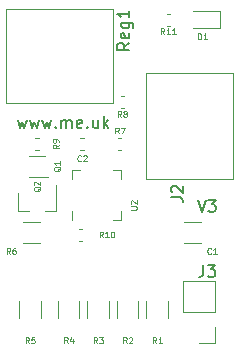
<source format=gbr>
%TF.GenerationSoftware,KiCad,Pcbnew,(5.1.9-0-10_14)*%
%TF.CreationDate,2021-05-15T13:13:52+01:00*%
%TF.ProjectId,Battery,42617474-6572-4792-9e6b-696361645f70,1*%
%TF.SameCoordinates,Original*%
%TF.FileFunction,Legend,Top*%
%TF.FilePolarity,Positive*%
%FSLAX46Y46*%
G04 Gerber Fmt 4.6, Leading zero omitted, Abs format (unit mm)*
G04 Created by KiCad (PCBNEW (5.1.9-0-10_14)) date 2021-05-15 13:13:52*
%MOMM*%
%LPD*%
G01*
G04 APERTURE LIST*
%ADD10C,0.150000*%
%ADD11C,0.120000*%
%ADD12C,0.080000*%
%ADD13C,0.100000*%
G04 APERTURE END LIST*
D10*
X118642857Y-108285714D02*
X118833333Y-108952380D01*
X119023809Y-108476190D01*
X119214285Y-108952380D01*
X119404761Y-108285714D01*
X119690476Y-108285714D02*
X119880952Y-108952380D01*
X120071428Y-108476190D01*
X120261904Y-108952380D01*
X120452380Y-108285714D01*
X120738095Y-108285714D02*
X120928571Y-108952380D01*
X121119047Y-108476190D01*
X121309523Y-108952380D01*
X121500000Y-108285714D01*
X121880952Y-108857142D02*
X121928571Y-108904761D01*
X121880952Y-108952380D01*
X121833333Y-108904761D01*
X121880952Y-108857142D01*
X121880952Y-108952380D01*
X122357142Y-108952380D02*
X122357142Y-108285714D01*
X122357142Y-108380952D02*
X122404761Y-108333333D01*
X122500000Y-108285714D01*
X122642857Y-108285714D01*
X122738095Y-108333333D01*
X122785714Y-108428571D01*
X122785714Y-108952380D01*
X122785714Y-108428571D02*
X122833333Y-108333333D01*
X122928571Y-108285714D01*
X123071428Y-108285714D01*
X123166666Y-108333333D01*
X123214285Y-108428571D01*
X123214285Y-108952380D01*
X124071428Y-108904761D02*
X123976190Y-108952380D01*
X123785714Y-108952380D01*
X123690476Y-108904761D01*
X123642857Y-108809523D01*
X123642857Y-108428571D01*
X123690476Y-108333333D01*
X123785714Y-108285714D01*
X123976190Y-108285714D01*
X124071428Y-108333333D01*
X124119047Y-108428571D01*
X124119047Y-108523809D01*
X123642857Y-108619047D01*
X124547619Y-108857142D02*
X124595238Y-108904761D01*
X124547619Y-108952380D01*
X124500000Y-108904761D01*
X124547619Y-108857142D01*
X124547619Y-108952380D01*
X125452380Y-108285714D02*
X125452380Y-108952380D01*
X125023809Y-108285714D02*
X125023809Y-108809523D01*
X125071428Y-108904761D01*
X125166666Y-108952380D01*
X125309523Y-108952380D01*
X125404761Y-108904761D01*
X125452380Y-108857142D01*
X125928571Y-108952380D02*
X125928571Y-107952380D01*
X126023809Y-108571428D02*
X126309523Y-108952380D01*
X126309523Y-108285714D02*
X125928571Y-108666666D01*
X133890476Y-115052380D02*
X134223809Y-116052380D01*
X134557142Y-115052380D01*
X134795238Y-115052380D02*
X135414285Y-115052380D01*
X135080952Y-115433333D01*
X135223809Y-115433333D01*
X135319047Y-115480952D01*
X135366666Y-115528571D01*
X135414285Y-115623809D01*
X135414285Y-115861904D01*
X135366666Y-115957142D01*
X135319047Y-116004761D01*
X135223809Y-116052380D01*
X134938095Y-116052380D01*
X134842857Y-116004761D01*
X134795238Y-115957142D01*
D11*
%TO.C,Q2*%
X118720000Y-115960000D02*
X119650000Y-115960000D01*
X121880000Y-115960000D02*
X120950000Y-115960000D01*
X121880000Y-115960000D02*
X121880000Y-113800000D01*
X118720000Y-115960000D02*
X118720000Y-114500000D01*
%TO.C,R11*%
X131259420Y-99290000D02*
X131540580Y-99290000D01*
X131259420Y-100310000D02*
X131540580Y-100310000D01*
%TO.C,D1*%
X133500000Y-100535000D02*
X135785000Y-100535000D01*
X135785000Y-100535000D02*
X135785000Y-99065000D01*
X135785000Y-99065000D02*
X133500000Y-99065000D01*
%TO.C,R10*%
X123859420Y-117490000D02*
X124140580Y-117490000D01*
X123859420Y-118510000D02*
X124140580Y-118510000D01*
%TO.C,R9*%
X120440580Y-110810000D02*
X120159420Y-110810000D01*
X120440580Y-109790000D02*
X120159420Y-109790000D01*
%TO.C,R8*%
X127359420Y-106290000D02*
X127640580Y-106290000D01*
X127359420Y-107310000D02*
X127640580Y-107310000D01*
%TO.C,R7*%
X127440580Y-110810000D02*
X127159420Y-110810000D01*
X127440580Y-109790000D02*
X127159420Y-109790000D01*
%TO.C,Q1*%
X121200000Y-113100000D02*
X119650000Y-113100000D01*
X119650000Y-111300000D02*
X120950000Y-111300000D01*
%TO.C,R6*%
X119072936Y-116890000D02*
X120527064Y-116890000D01*
X119072936Y-118710000D02*
X120527064Y-118710000D01*
%TO.C,R5*%
X118790000Y-125077064D02*
X118790000Y-123622936D01*
X120610000Y-125077064D02*
X120610000Y-123622936D01*
%TO.C,R4*%
X122060000Y-125077064D02*
X122060000Y-123622936D01*
X123880000Y-125077064D02*
X123880000Y-123622936D01*
%TO.C,R3*%
X124560000Y-125077064D02*
X124560000Y-123622936D01*
X126380000Y-125077064D02*
X126380000Y-123622936D01*
%TO.C,R2*%
X127060000Y-125077064D02*
X127060000Y-123622936D01*
X128880000Y-125077064D02*
X128880000Y-123622936D01*
%TO.C,R1*%
X129560000Y-125077064D02*
X129560000Y-123622936D01*
X131380000Y-125077064D02*
X131380000Y-123622936D01*
%TO.C,C1*%
X134164564Y-118710000D02*
X132710436Y-118710000D01*
X134164564Y-116890000D02*
X132710436Y-116890000D01*
%TO.C,C2*%
X124246267Y-110810000D02*
X123953733Y-110810000D01*
X124246267Y-109790000D02*
X123953733Y-109790000D01*
%TO.C,Reg1*%
X117700000Y-106850000D02*
X117700000Y-98850000D01*
X117700000Y-98850000D02*
X126700000Y-98850000D01*
X126700000Y-98850000D02*
X126700000Y-106850000D01*
X126700000Y-106850000D02*
X117700000Y-106850000D01*
%TO.C,U2*%
X123215000Y-116010000D02*
X123215000Y-116735000D01*
X127435000Y-112515000D02*
X126710000Y-112515000D01*
X127435000Y-113240000D02*
X127435000Y-112515000D01*
X127435000Y-116735000D02*
X126710000Y-116735000D01*
X127435000Y-116010000D02*
X127435000Y-116735000D01*
X123215000Y-112515000D02*
X123940000Y-112515000D01*
X123215000Y-113240000D02*
X123215000Y-112515000D01*
%TO.C,J3*%
X135330000Y-121930000D02*
X132670000Y-121930000D01*
X135330000Y-124530000D02*
X135330000Y-121930000D01*
X132670000Y-124530000D02*
X132670000Y-121930000D01*
X135330000Y-124530000D02*
X132670000Y-124530000D01*
X135330000Y-125800000D02*
X135330000Y-127130000D01*
X135330000Y-127130000D02*
X134000000Y-127130000D01*
%TO.C,J2*%
X136890000Y-113270000D02*
X136890000Y-104330000D01*
X129540000Y-104330000D02*
X136890000Y-104330000D01*
X129540000Y-113270000D02*
X129540000Y-104330000D01*
X136890000Y-113270000D02*
X129540000Y-113270000D01*
%TO.C,Q2*%
D12*
X120573809Y-113947619D02*
X120550000Y-113995238D01*
X120502380Y-114042857D01*
X120430952Y-114114285D01*
X120407142Y-114161904D01*
X120407142Y-114209523D01*
X120526190Y-114185714D02*
X120502380Y-114233333D01*
X120454761Y-114280952D01*
X120359523Y-114304761D01*
X120192857Y-114304761D01*
X120097619Y-114280952D01*
X120050000Y-114233333D01*
X120026190Y-114185714D01*
X120026190Y-114090476D01*
X120050000Y-114042857D01*
X120097619Y-113995238D01*
X120192857Y-113971428D01*
X120359523Y-113971428D01*
X120454761Y-113995238D01*
X120502380Y-114042857D01*
X120526190Y-114090476D01*
X120526190Y-114185714D01*
X120073809Y-113780952D02*
X120050000Y-113757142D01*
X120026190Y-113709523D01*
X120026190Y-113590476D01*
X120050000Y-113542857D01*
X120073809Y-113519047D01*
X120121428Y-113495238D01*
X120169047Y-113495238D01*
X120240476Y-113519047D01*
X120526190Y-113804761D01*
X120526190Y-113495238D01*
%TO.C,R11*%
X131078571Y-101026190D02*
X130911904Y-100788095D01*
X130792857Y-101026190D02*
X130792857Y-100526190D01*
X130983333Y-100526190D01*
X131030952Y-100550000D01*
X131054761Y-100573809D01*
X131078571Y-100621428D01*
X131078571Y-100692857D01*
X131054761Y-100740476D01*
X131030952Y-100764285D01*
X130983333Y-100788095D01*
X130792857Y-100788095D01*
X131554761Y-101026190D02*
X131269047Y-101026190D01*
X131411904Y-101026190D02*
X131411904Y-100526190D01*
X131364285Y-100597619D01*
X131316666Y-100645238D01*
X131269047Y-100669047D01*
X132030952Y-101026190D02*
X131745238Y-101026190D01*
X131888095Y-101026190D02*
X131888095Y-100526190D01*
X131840476Y-100597619D01*
X131792857Y-100645238D01*
X131745238Y-100669047D01*
%TO.C,D1*%
X133930952Y-101456190D02*
X133930952Y-100956190D01*
X134050000Y-100956190D01*
X134121428Y-100980000D01*
X134169047Y-101027619D01*
X134192857Y-101075238D01*
X134216666Y-101170476D01*
X134216666Y-101241904D01*
X134192857Y-101337142D01*
X134169047Y-101384761D01*
X134121428Y-101432380D01*
X134050000Y-101456190D01*
X133930952Y-101456190D01*
X134692857Y-101456190D02*
X134407142Y-101456190D01*
X134550000Y-101456190D02*
X134550000Y-100956190D01*
X134502380Y-101027619D01*
X134454761Y-101075238D01*
X134407142Y-101099047D01*
%TO.C,R10*%
X125878571Y-118226190D02*
X125711904Y-117988095D01*
X125592857Y-118226190D02*
X125592857Y-117726190D01*
X125783333Y-117726190D01*
X125830952Y-117750000D01*
X125854761Y-117773809D01*
X125878571Y-117821428D01*
X125878571Y-117892857D01*
X125854761Y-117940476D01*
X125830952Y-117964285D01*
X125783333Y-117988095D01*
X125592857Y-117988095D01*
X126354761Y-118226190D02*
X126069047Y-118226190D01*
X126211904Y-118226190D02*
X126211904Y-117726190D01*
X126164285Y-117797619D01*
X126116666Y-117845238D01*
X126069047Y-117869047D01*
X126664285Y-117726190D02*
X126711904Y-117726190D01*
X126759523Y-117750000D01*
X126783333Y-117773809D01*
X126807142Y-117821428D01*
X126830952Y-117916666D01*
X126830952Y-118035714D01*
X126807142Y-118130952D01*
X126783333Y-118178571D01*
X126759523Y-118202380D01*
X126711904Y-118226190D01*
X126664285Y-118226190D01*
X126616666Y-118202380D01*
X126592857Y-118178571D01*
X126569047Y-118130952D01*
X126545238Y-118035714D01*
X126545238Y-117916666D01*
X126569047Y-117821428D01*
X126592857Y-117773809D01*
X126616666Y-117750000D01*
X126664285Y-117726190D01*
%TO.C,R9*%
X122126190Y-110383333D02*
X121888095Y-110550000D01*
X122126190Y-110669047D02*
X121626190Y-110669047D01*
X121626190Y-110478571D01*
X121650000Y-110430952D01*
X121673809Y-110407142D01*
X121721428Y-110383333D01*
X121792857Y-110383333D01*
X121840476Y-110407142D01*
X121864285Y-110430952D01*
X121888095Y-110478571D01*
X121888095Y-110669047D01*
X122126190Y-110145238D02*
X122126190Y-110050000D01*
X122102380Y-110002380D01*
X122078571Y-109978571D01*
X122007142Y-109930952D01*
X121911904Y-109907142D01*
X121721428Y-109907142D01*
X121673809Y-109930952D01*
X121650000Y-109954761D01*
X121626190Y-110002380D01*
X121626190Y-110097619D01*
X121650000Y-110145238D01*
X121673809Y-110169047D01*
X121721428Y-110192857D01*
X121840476Y-110192857D01*
X121888095Y-110169047D01*
X121911904Y-110145238D01*
X121935714Y-110097619D01*
X121935714Y-110002380D01*
X121911904Y-109954761D01*
X121888095Y-109930952D01*
X121840476Y-109907142D01*
%TO.C,R8*%
X127416666Y-108026190D02*
X127250000Y-107788095D01*
X127130952Y-108026190D02*
X127130952Y-107526190D01*
X127321428Y-107526190D01*
X127369047Y-107550000D01*
X127392857Y-107573809D01*
X127416666Y-107621428D01*
X127416666Y-107692857D01*
X127392857Y-107740476D01*
X127369047Y-107764285D01*
X127321428Y-107788095D01*
X127130952Y-107788095D01*
X127702380Y-107740476D02*
X127654761Y-107716666D01*
X127630952Y-107692857D01*
X127607142Y-107645238D01*
X127607142Y-107621428D01*
X127630952Y-107573809D01*
X127654761Y-107550000D01*
X127702380Y-107526190D01*
X127797619Y-107526190D01*
X127845238Y-107550000D01*
X127869047Y-107573809D01*
X127892857Y-107621428D01*
X127892857Y-107645238D01*
X127869047Y-107692857D01*
X127845238Y-107716666D01*
X127797619Y-107740476D01*
X127702380Y-107740476D01*
X127654761Y-107764285D01*
X127630952Y-107788095D01*
X127607142Y-107835714D01*
X127607142Y-107930952D01*
X127630952Y-107978571D01*
X127654761Y-108002380D01*
X127702380Y-108026190D01*
X127797619Y-108026190D01*
X127845238Y-108002380D01*
X127869047Y-107978571D01*
X127892857Y-107930952D01*
X127892857Y-107835714D01*
X127869047Y-107788095D01*
X127845238Y-107764285D01*
X127797619Y-107740476D01*
%TO.C,R7*%
X127216666Y-109426190D02*
X127050000Y-109188095D01*
X126930952Y-109426190D02*
X126930952Y-108926190D01*
X127121428Y-108926190D01*
X127169047Y-108950000D01*
X127192857Y-108973809D01*
X127216666Y-109021428D01*
X127216666Y-109092857D01*
X127192857Y-109140476D01*
X127169047Y-109164285D01*
X127121428Y-109188095D01*
X126930952Y-109188095D01*
X127383333Y-108926190D02*
X127716666Y-108926190D01*
X127502380Y-109426190D01*
%TO.C,Q1*%
X122273809Y-112247619D02*
X122250000Y-112295238D01*
X122202380Y-112342857D01*
X122130952Y-112414285D01*
X122107142Y-112461904D01*
X122107142Y-112509523D01*
X122226190Y-112485714D02*
X122202380Y-112533333D01*
X122154761Y-112580952D01*
X122059523Y-112604761D01*
X121892857Y-112604761D01*
X121797619Y-112580952D01*
X121750000Y-112533333D01*
X121726190Y-112485714D01*
X121726190Y-112390476D01*
X121750000Y-112342857D01*
X121797619Y-112295238D01*
X121892857Y-112271428D01*
X122059523Y-112271428D01*
X122154761Y-112295238D01*
X122202380Y-112342857D01*
X122226190Y-112390476D01*
X122226190Y-112485714D01*
X122226190Y-111795238D02*
X122226190Y-112080952D01*
X122226190Y-111938095D02*
X121726190Y-111938095D01*
X121797619Y-111985714D01*
X121845238Y-112033333D01*
X121869047Y-112080952D01*
%TO.C,R6*%
X118016666Y-119626190D02*
X117850000Y-119388095D01*
X117730952Y-119626190D02*
X117730952Y-119126190D01*
X117921428Y-119126190D01*
X117969047Y-119150000D01*
X117992857Y-119173809D01*
X118016666Y-119221428D01*
X118016666Y-119292857D01*
X117992857Y-119340476D01*
X117969047Y-119364285D01*
X117921428Y-119388095D01*
X117730952Y-119388095D01*
X118445238Y-119126190D02*
X118350000Y-119126190D01*
X118302380Y-119150000D01*
X118278571Y-119173809D01*
X118230952Y-119245238D01*
X118207142Y-119340476D01*
X118207142Y-119530952D01*
X118230952Y-119578571D01*
X118254761Y-119602380D01*
X118302380Y-119626190D01*
X118397619Y-119626190D01*
X118445238Y-119602380D01*
X118469047Y-119578571D01*
X118492857Y-119530952D01*
X118492857Y-119411904D01*
X118469047Y-119364285D01*
X118445238Y-119340476D01*
X118397619Y-119316666D01*
X118302380Y-119316666D01*
X118254761Y-119340476D01*
X118230952Y-119364285D01*
X118207142Y-119411904D01*
%TO.C,R5*%
X119616666Y-127176190D02*
X119450000Y-126938095D01*
X119330952Y-127176190D02*
X119330952Y-126676190D01*
X119521428Y-126676190D01*
X119569047Y-126700000D01*
X119592857Y-126723809D01*
X119616666Y-126771428D01*
X119616666Y-126842857D01*
X119592857Y-126890476D01*
X119569047Y-126914285D01*
X119521428Y-126938095D01*
X119330952Y-126938095D01*
X120069047Y-126676190D02*
X119830952Y-126676190D01*
X119807142Y-126914285D01*
X119830952Y-126890476D01*
X119878571Y-126866666D01*
X119997619Y-126866666D01*
X120045238Y-126890476D01*
X120069047Y-126914285D01*
X120092857Y-126961904D01*
X120092857Y-127080952D01*
X120069047Y-127128571D01*
X120045238Y-127152380D01*
X119997619Y-127176190D01*
X119878571Y-127176190D01*
X119830952Y-127152380D01*
X119807142Y-127128571D01*
%TO.C,R4*%
X122886666Y-127176190D02*
X122720000Y-126938095D01*
X122600952Y-127176190D02*
X122600952Y-126676190D01*
X122791428Y-126676190D01*
X122839047Y-126700000D01*
X122862857Y-126723809D01*
X122886666Y-126771428D01*
X122886666Y-126842857D01*
X122862857Y-126890476D01*
X122839047Y-126914285D01*
X122791428Y-126938095D01*
X122600952Y-126938095D01*
X123315238Y-126842857D02*
X123315238Y-127176190D01*
X123196190Y-126652380D02*
X123077142Y-127009523D01*
X123386666Y-127009523D01*
%TO.C,R3*%
X125386666Y-127176190D02*
X125220000Y-126938095D01*
X125100952Y-127176190D02*
X125100952Y-126676190D01*
X125291428Y-126676190D01*
X125339047Y-126700000D01*
X125362857Y-126723809D01*
X125386666Y-126771428D01*
X125386666Y-126842857D01*
X125362857Y-126890476D01*
X125339047Y-126914285D01*
X125291428Y-126938095D01*
X125100952Y-126938095D01*
X125553333Y-126676190D02*
X125862857Y-126676190D01*
X125696190Y-126866666D01*
X125767619Y-126866666D01*
X125815238Y-126890476D01*
X125839047Y-126914285D01*
X125862857Y-126961904D01*
X125862857Y-127080952D01*
X125839047Y-127128571D01*
X125815238Y-127152380D01*
X125767619Y-127176190D01*
X125624761Y-127176190D01*
X125577142Y-127152380D01*
X125553333Y-127128571D01*
%TO.C,R2*%
X127886666Y-127176190D02*
X127720000Y-126938095D01*
X127600952Y-127176190D02*
X127600952Y-126676190D01*
X127791428Y-126676190D01*
X127839047Y-126700000D01*
X127862857Y-126723809D01*
X127886666Y-126771428D01*
X127886666Y-126842857D01*
X127862857Y-126890476D01*
X127839047Y-126914285D01*
X127791428Y-126938095D01*
X127600952Y-126938095D01*
X128077142Y-126723809D02*
X128100952Y-126700000D01*
X128148571Y-126676190D01*
X128267619Y-126676190D01*
X128315238Y-126700000D01*
X128339047Y-126723809D01*
X128362857Y-126771428D01*
X128362857Y-126819047D01*
X128339047Y-126890476D01*
X128053333Y-127176190D01*
X128362857Y-127176190D01*
%TO.C,R1*%
X130386666Y-127176190D02*
X130220000Y-126938095D01*
X130100952Y-127176190D02*
X130100952Y-126676190D01*
X130291428Y-126676190D01*
X130339047Y-126700000D01*
X130362857Y-126723809D01*
X130386666Y-126771428D01*
X130386666Y-126842857D01*
X130362857Y-126890476D01*
X130339047Y-126914285D01*
X130291428Y-126938095D01*
X130100952Y-126938095D01*
X130862857Y-127176190D02*
X130577142Y-127176190D01*
X130720000Y-127176190D02*
X130720000Y-126676190D01*
X130672380Y-126747619D01*
X130624761Y-126795238D01*
X130577142Y-126819047D01*
%TO.C,C1*%
X135016666Y-119578571D02*
X134992857Y-119602380D01*
X134921428Y-119626190D01*
X134873809Y-119626190D01*
X134802380Y-119602380D01*
X134754761Y-119554761D01*
X134730952Y-119507142D01*
X134707142Y-119411904D01*
X134707142Y-119340476D01*
X134730952Y-119245238D01*
X134754761Y-119197619D01*
X134802380Y-119150000D01*
X134873809Y-119126190D01*
X134921428Y-119126190D01*
X134992857Y-119150000D01*
X135016666Y-119173809D01*
X135492857Y-119626190D02*
X135207142Y-119626190D01*
X135350000Y-119626190D02*
X135350000Y-119126190D01*
X135302380Y-119197619D01*
X135254761Y-119245238D01*
X135207142Y-119269047D01*
%TO.C,C2*%
D13*
X124016666Y-111728571D02*
X123992857Y-111752380D01*
X123921428Y-111776190D01*
X123873809Y-111776190D01*
X123802380Y-111752380D01*
X123754761Y-111704761D01*
X123730952Y-111657142D01*
X123707142Y-111561904D01*
X123707142Y-111490476D01*
X123730952Y-111395238D01*
X123754761Y-111347619D01*
X123802380Y-111300000D01*
X123873809Y-111276190D01*
X123921428Y-111276190D01*
X123992857Y-111300000D01*
X124016666Y-111323809D01*
X124207142Y-111323809D02*
X124230952Y-111300000D01*
X124278571Y-111276190D01*
X124397619Y-111276190D01*
X124445238Y-111300000D01*
X124469047Y-111323809D01*
X124492857Y-111371428D01*
X124492857Y-111419047D01*
X124469047Y-111490476D01*
X124183333Y-111776190D01*
X124492857Y-111776190D01*
%TO.C,Reg1*%
D10*
X128102380Y-101747619D02*
X127626190Y-102080952D01*
X128102380Y-102319047D02*
X127102380Y-102319047D01*
X127102380Y-101938095D01*
X127150000Y-101842857D01*
X127197619Y-101795238D01*
X127292857Y-101747619D01*
X127435714Y-101747619D01*
X127530952Y-101795238D01*
X127578571Y-101842857D01*
X127626190Y-101938095D01*
X127626190Y-102319047D01*
X128054761Y-100938095D02*
X128102380Y-101033333D01*
X128102380Y-101223809D01*
X128054761Y-101319047D01*
X127959523Y-101366666D01*
X127578571Y-101366666D01*
X127483333Y-101319047D01*
X127435714Y-101223809D01*
X127435714Y-101033333D01*
X127483333Y-100938095D01*
X127578571Y-100890476D01*
X127673809Y-100890476D01*
X127769047Y-101366666D01*
X127435714Y-100033333D02*
X128245238Y-100033333D01*
X128340476Y-100080952D01*
X128388095Y-100128571D01*
X128435714Y-100223809D01*
X128435714Y-100366666D01*
X128388095Y-100461904D01*
X128054761Y-100033333D02*
X128102380Y-100128571D01*
X128102380Y-100319047D01*
X128054761Y-100414285D01*
X128007142Y-100461904D01*
X127911904Y-100509523D01*
X127626190Y-100509523D01*
X127530952Y-100461904D01*
X127483333Y-100414285D01*
X127435714Y-100319047D01*
X127435714Y-100128571D01*
X127483333Y-100033333D01*
X128102380Y-99033333D02*
X128102380Y-99604761D01*
X128102380Y-99319047D02*
X127102380Y-99319047D01*
X127245238Y-99414285D01*
X127340476Y-99509523D01*
X127388095Y-99604761D01*
%TO.C,U2*%
D12*
X128226190Y-115880952D02*
X128630952Y-115880952D01*
X128678571Y-115857142D01*
X128702380Y-115833333D01*
X128726190Y-115785714D01*
X128726190Y-115690476D01*
X128702380Y-115642857D01*
X128678571Y-115619047D01*
X128630952Y-115595238D01*
X128226190Y-115595238D01*
X128273809Y-115380952D02*
X128250000Y-115357142D01*
X128226190Y-115309523D01*
X128226190Y-115190476D01*
X128250000Y-115142857D01*
X128273809Y-115119047D01*
X128321428Y-115095238D01*
X128369047Y-115095238D01*
X128440476Y-115119047D01*
X128726190Y-115404761D01*
X128726190Y-115095238D01*
%TO.C,J3*%
D10*
X134366666Y-120552380D02*
X134366666Y-121266666D01*
X134319047Y-121409523D01*
X134223809Y-121504761D01*
X134080952Y-121552380D01*
X133985714Y-121552380D01*
X134747619Y-120552380D02*
X135366666Y-120552380D01*
X135033333Y-120933333D01*
X135176190Y-120933333D01*
X135271428Y-120980952D01*
X135319047Y-121028571D01*
X135366666Y-121123809D01*
X135366666Y-121361904D01*
X135319047Y-121457142D01*
X135271428Y-121504761D01*
X135176190Y-121552380D01*
X134890476Y-121552380D01*
X134795238Y-121504761D01*
X134747619Y-121457142D01*
%TO.C,J2*%
X131652380Y-114833333D02*
X132366666Y-114833333D01*
X132509523Y-114880952D01*
X132604761Y-114976190D01*
X132652380Y-115119047D01*
X132652380Y-115214285D01*
X131747619Y-114404761D02*
X131700000Y-114357142D01*
X131652380Y-114261904D01*
X131652380Y-114023809D01*
X131700000Y-113928571D01*
X131747619Y-113880952D01*
X131842857Y-113833333D01*
X131938095Y-113833333D01*
X132080952Y-113880952D01*
X132652380Y-114452380D01*
X132652380Y-113833333D01*
%TD*%
M02*

</source>
